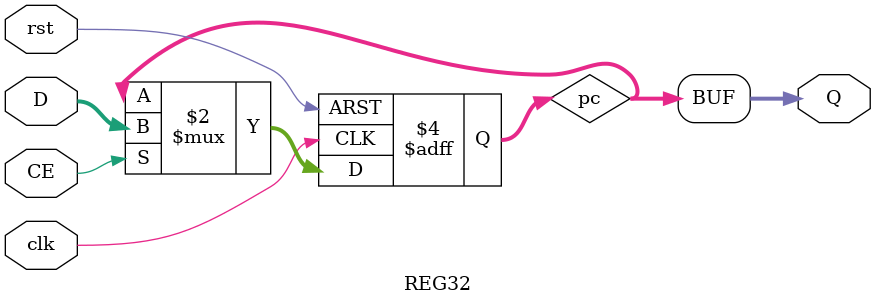
<source format=v>
module REG32 (
    input clk,
    input rst,
    input CE,
    input [31:0] D,
    output [31:0] Q
);

  reg [31:0] pc;

  always @(posedge clk or posedge rst) begin
    if (rst) pc <= 32'h00000000;
    else if (CE) pc <= D;
  end

  assign Q = pc;

endmodule

</source>
